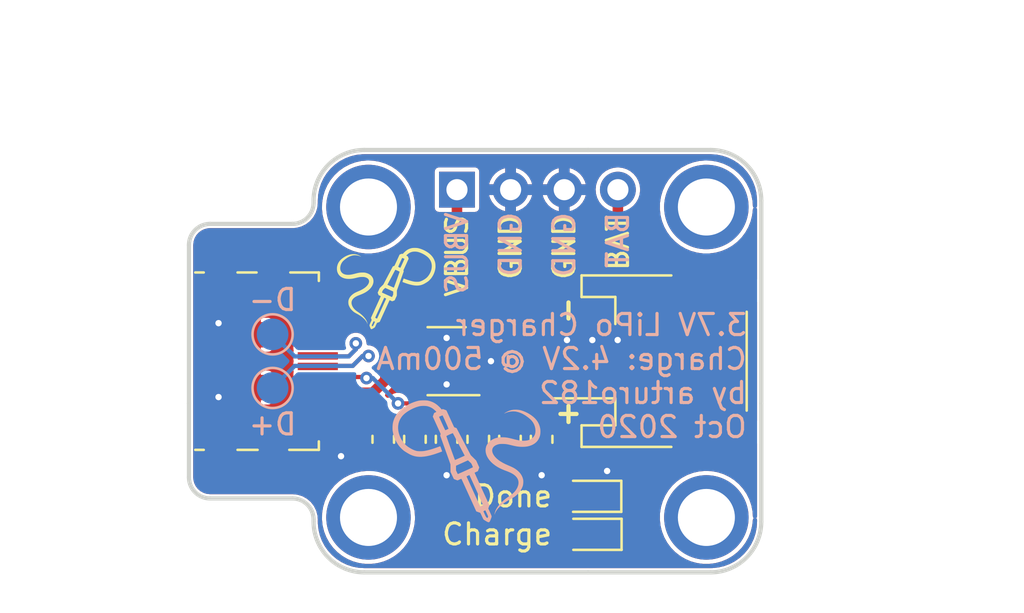
<source format=kicad_pcb>
(kicad_pcb (version 20210126) (generator pcbnew)
  (layers (0 "F.Cu" signal) (31 "B.Cu" signal) (34 "B.Paste" user) (35 "F.Paste" user) (36 "B.SilkS" user "B.Silkscreen") (37 "F.SilkS" user "F.Silkscreen") (38 "B.Mask" user) (39 "F.Mask" user) (44 "Edge.Cuts" user))
  (net 0 "")
  (net 1 "VBUS")
  (net 2 "GND")
  (net 3 "+BATT")
  (net 4 "Net-(D1-Pad1)")
  (net 5 "Net-(D2-Pad2)")
  (net 6 "Net-(J2-PadA5)")
  (net 7 "Net-(J2-PadB5)")
  (net 8 "Net-(R2-Pad2)")
  (net 9 "Net-(R3-Pad1)")
  (net 10 "/D-")
  (net 11 "/D+")
  (footprint "Resistor_SMD:R_0603_1608Metric" (layer "F.Cu") (at 169.8 97.7 90)
    (fp_text reference "R1" hide)
    (fp_text value "5.1K")
    (pad "1" smd roundrect (at -0.7875 0 90) (size 0.875 0.95) (layers "F.Cu" "F.Paste" "F.Mask") (net 2 "GND"))
    (pad "2" smd roundrect (at 0.7875 0 90) (size 0.875 0.95) (layers "F.Cu" "F.Paste" "F.Mask") (net 6 "Net-(J2-PadA5)"))
  )
  (footprint "MountingHole:MountingHole_2.7mm_M2.5_DIN965_Pad" (layer "F.Cu") (at 183.6 86.7)
    (fp_text reference "REF**" hide)
    (fp_text value "MountingHole_2.7mm_M2.5_DIN965_Pad")
    (pad "1" thru_hole circle (at 0 0) (size 4 4) (drill 2.7) (layers *.Cu *.Mask))
  )
  (footprint "Capacitor_SMD:C_0603_1608Metric" (layer "F.Cu") (at 175.8 97.7 90)
    (fp_text reference "C2" hide)
    (fp_text value "10uF")
    (pad "1" smd roundrect (at -0.7875 0 90) (size 0.875 0.95) (layers "F.Cu" "F.Paste" "F.Mask") (net 2 "GND"))
    (pad "2" smd roundrect (at 0.7875 0 90) (size 0.875 0.95) (layers "F.Cu" "F.Paste" "F.Mask") (net 3 "+BATT"))
  )
  (footprint "MountingHole:MountingHole_2.7mm_M2.5_DIN965_Pad" (layer "F.Cu") (at 167.6 86.7)
    (fp_text reference "REF**" hide)
    (fp_text value "MountingHole_2.7mm_M2.5_DIN965_Pad")
    (pad "1" thru_hole circle (at 0 0) (size 4 4) (drill 2.7) (layers *.Cu *.Mask))
  )
  (footprint "Connector_PinHeader_2.54mm:PinHeader_1x04_P2.54mm_Vertical" (layer "F.Cu") (at 171.79 85.88 90)
    (fp_text reference "J4" hide)
    (fp_text value "Conn_Pwr")
    (pad "1" thru_hole rect (at 0 0 90) (size 1.7 1.7) (drill 1) (layers *.Cu *.Mask) (net 1 "VBUS"))
    (pad "2" thru_hole oval (at 0 2.54 90) (size 1.7 1.7) (drill 1) (layers *.Cu *.Mask) (net 2 "GND"))
    (pad "3" thru_hole oval (at 0 5.08 90) (size 1.7 1.7) (drill 1) (layers *.Cu *.Mask) (net 2 "GND"))
    (pad "4" thru_hole oval (at 0 7.62 90) (size 1.7 1.7) (drill 1) (layers *.Cu *.Mask) (net 3 "+BATT"))
  )
  (footprint "MountingHole:MountingHole_2.7mm_M2.5_DIN965_Pad" (layer "F.Cu") (at 183.6 101.4)
    (fp_text reference "REF**" hide)
    (fp_text value "MountingHole_2.7mm_M2.5_DIN965_Pad")
    (pad "1" thru_hole circle (at 0 0) (size 4 4) (drill 2.7) (layers *.Cu *.Mask))
  )
  (footprint "Resistor_SMD:R_0603_1608Metric" (layer "F.Cu") (at 174.3 97.7 -90)
    (fp_text reference "R4" hide)
    (fp_text value "1K")
    (pad "1" smd roundrect (at -0.7875 0 270) (size 0.875 0.95) (layers "F.Cu" "F.Paste" "F.Mask") (net 9 "Net-(R3-Pad1)"))
    (pad "2" smd roundrect (at 0.7875 0 270) (size 0.875 0.95) (layers "F.Cu" "F.Paste" "F.Mask") (net 5 "Net-(D2-Pad2)"))
  )
  (footprint "LED_SMD:LED_0603_1608Metric" (layer "F.Cu") (at 178.087501 100.4 180)
    (fp_text reference "D2" hide)
    (fp_text value "LED_DONE")
    (pad "1" smd roundrect (at -0.7875 0 180) (size 0.875 0.95) (layers "F.Cu" "F.Paste" "F.Mask") (net 2 "GND"))
    (pad "2" smd roundrect (at 0.7875 0 180) (size 0.875 0.95) (layers "F.Cu" "F.Paste" "F.Mask") (net 5 "Net-(D2-Pad2)"))
  )
  (footprint "Connector_USB_Extra:USB_C_Plug_UTC009-C12" (layer "F.Cu") (at 165 94 -90)
    (fp_text reference "J2" hide)
    (fp_text value "USB_C_Plug_USB2.0")
    (pad "A1" smd rect (at 2.75 -0.2 270) (size 0.35 1.9) (layers "F.Cu" "F.Paste" "F.Mask") (net 2 "GND"))
    (pad "A4" smd rect (at 1.25 -0.2 270) (size 0.35 1.9) (layers "F.Cu" "F.Paste" "F.Mask") (net 1 "VBUS"))
    (pad "A5" smd rect (at 0.75 -0.2 270) (size 0.35 1.9) (layers "F.Cu" "F.Paste" "F.Mask") (net 6 "Net-(J2-PadA5)"))
    (pad "A6" smd rect (at 0.25 -0.2 270) (size 0.35 1.9) (layers "F.Cu" "F.Paste" "F.Mask") (net 11 "/D+"))
    (pad "A7" smd rect (at -0.25 -0.2 270) (size 0.35 1.9) (layers "F.Cu" "F.Paste" "F.Mask") (net 10 "/D-"))
    (pad "A10" smd rect (at -1.75 -0.2 270) (size 0.35 1.9) (layers "F.Cu" "F.Paste" "F.Mask"))
    (pad "A11" smd rect (at -2.25 -0.2 270) (size 0.35 1.9) (layers "F.Cu" "F.Paste" "F.Mask"))
    (pad "B2" smd rect (at -2.75 -0.2 270) (size 0.35 1.9) (layers "F.Cu" "F.Paste" "F.Mask"))
    (pad "B3" smd rect (at -1.25 -0.2 270) (size 0.35 1.9) (layers "F.Cu" "F.Paste" "F.Mask"))
    (pad "B5" smd rect (at -0.75 -0.2 270) (size 0.35 1.9) (layers "F.Cu" "F.Paste" "F.Mask") (net 7 "Net-(J2-PadB5)"))
    (pad "B9" smd rect (at 1.75 -0.2 270) (size 0.35 1.9) (layers "F.Cu" "F.Paste" "F.Mask") (net 1 "VBUS"))
    (pad "B12" smd rect (at 2.25 -0.2 270) (size 0.35 1.9) (layers "F.Cu" "F.Paste" "F.Mask") (net 2 "GND"))
    (pad "S1" smd rect (at 3.4 -0.1 270) (size 0.65 2.1) (layers "F.Cu" "F.Paste" "F.Mask") (net 2 "GND"))
    (pad "S1" smd rect (at 4.55 4.4 270) (size 1.5 1.4) (layers "F.Cu" "F.Paste" "F.Mask") (net 2 "GND"))
    (pad "S1" smd rect (at -3.4 -0.1 270) (size 0.65 2.1) (layers "F.Cu" "F.Paste" "F.Mask") (net 2 "GND"))
    (pad "S1" smd rect (at 4.55 1.9 270) (size 1.5 1.3) (layers "F.Cu" "F.Paste" "F.Mask") (net 2 "GND"))
    (pad "S1" smd rect (at -1.75 4.5 270) (size 1.2 1.2) (layers "F.Cu" "F.Paste" "F.Mask") (net 2 "GND"))
    (pad "S1" smd rect (at -4.55 4.4 270) (size 1.5 1.4) (layers "F.Cu" "F.Paste" "F.Mask") (net 2 "GND"))
    (pad "S1" smd rect (at -1.25 2.75 270) (size 1.2 1.2) (layers "F.Cu" "F.Paste" "F.Mask") (net 2 "GND"))
    (pad "S1" smd rect (at 1.25 2.75 270) (size 1.2 1.2) (layers "F.Cu" "F.Paste" "F.Mask") (net 2 "GND"))
    (pad "S1" smd rect (at -4.55 1.9 270) (size 1.5 1.4) (layers "F.Cu" "F.Paste" "F.Mask") (net 2 "GND"))
    (pad "S1" smd rect (at 1.75 4.5 270) (size 1.2 1.2) (layers "F.Cu" "F.Paste" "F.Mask") (net 2 "GND"))
  )
  (footprint "Symbols_Extra:SolderParty-New-Logo_5x4.2mm_SilkScreen" (layer "F.Cu") (at 168.6 90.4)
    (fp_text reference "G***" hide)
    (fp_text value "LOGO" hide)
  )
  (footprint "LED_SMD:LED_0603_1608Metric" (layer "F.Cu") (at 178.1 102.2 180)
    (fp_text reference "D1" hide)
    (fp_text value "LED_CHR")
    (pad "1" smd roundrect (at -0.7875 0 180) (size 0.875 0.95) (layers "F.Cu" "F.Paste" "F.Mask") (net 4 "Net-(D1-Pad1)"))
    (pad "2" smd roundrect (at 0.7875 0 180) (size 0.875 0.95) (layers "F.Cu" "F.Paste" "F.Mask") (net 1 "VBUS"))
  )
  (footprint "Connector_JST:JST_PH_S2B-PH-SM4-TB_1x02-1MP_P2.00mm_Horizontal" (layer "F.Cu") (at 181 94 90)
    (fp_text reference "J1" hide)
    (fp_text value "Conn_Battery")
    (pad "1" smd roundrect (at -1 -2.85 90) (size 1 3.5) (layers "F.Cu" "F.Paste" "F.Mask") (net 3 "+BATT"))
    (pad "2" smd roundrect (at 1 -2.85 90) (size 1 3.5) (layers "F.Cu" "F.Paste" "F.Mask") (net 2 "GND"))
    (pad "MP" smd roundrect (at 3.35 2.9 90) (size 1.5 3.4) (layers "F.Cu" "F.Paste" "F.Mask") (roundrect_rratio 0.1666673333333333))
    (pad "MP" smd roundrect (at -3.35 2.9 90) (size 1.5 3.4) (layers "F.Cu" "F.Paste" "F.Mask") (roundrect_rratio 0.1666673333333333))
  )
  (footprint "MountingHole:MountingHole_2.7mm_M2.5_DIN965_Pad" (layer "F.Cu") (at 167.6 101.4)
    (fp_text reference "REF**" hide)
    (fp_text value "MountingHole_2.7mm_M2.5_DIN965_Pad")
    (pad "1" thru_hole circle (at 0 0) (size 4 4) (drill 2.7) (layers *.Cu *.Mask))
  )
  (footprint "Capacitor_SMD:C_0603_1608Metric" (layer "F.Cu") (at 168.3 97.7 90)
    (fp_text reference "C1" hide)
    (fp_text value "10uF")
    (pad "1" smd roundrect (at -0.7875 0 90) (size 0.875 0.95) (layers "F.Cu" "F.Paste" "F.Mask") (net 2 "GND"))
    (pad "2" smd roundrect (at 0.7875 0 90) (size 0.875 0.95) (layers "F.Cu" "F.Paste" "F.Mask") (net 1 "VBUS"))
  )
  (footprint "Resistor_SMD:R_0603_1608Metric" (layer "F.Cu") (at 171.3 97.7 90)
    (fp_text reference "R2" hide)
    (fp_text value "2K")
    (pad "1" smd roundrect (at -0.7875 0 90) (size 0.875 0.95) (layers "F.Cu" "F.Paste" "F.Mask") (net 2 "GND"))
    (pad "2" smd roundrect (at 0.7875 0 90) (size 0.875 0.95) (layers "F.Cu" "F.Paste" "F.Mask") (net 8 "Net-(R2-Pad2)"))
  )
  (footprint "Resistor_SMD:R_0603_1608Metric" (layer "F.Cu") (at 172.8 97.7 -90)
    (fp_text reference "R3" hide)
    (fp_text value "1K")
    (pad "1" smd roundrect (at -0.7875 0 270) (size 0.875 0.95) (layers "F.Cu" "F.Paste" "F.Mask") (net 9 "Net-(R3-Pad1)"))
    (pad "2" smd roundrect (at 0.7875 0 270) (size 0.875 0.95) (layers "F.Cu" "F.Paste" "F.Mask") (net 4 "Net-(D1-Pad1)"))
  )
  (footprint "Package_TO_SOT_SMD:SOT-23-5" (layer "F.Cu") (at 171.3 94 180)
    (fp_text reference "U1" hide)
    (fp_text value "MCP73831")
    (pad "1" smd rect (at -1.1 -0.95 180) (size 1.06 0.65) (layers "F.Cu" "F.Paste" "F.Mask") (net 9 "Net-(R3-Pad1)"))
    (pad "2" smd rect (at -1.1 0 180) (size 1.06 0.65) (layers "F.Cu" "F.Paste" "F.Mask") (net 2 "GND"))
    (pad "3" smd rect (at -1.1 0.95 180) (size 1.06 0.65) (layers "F.Cu" "F.Paste" "F.Mask") (net 3 "+BATT"))
    (pad "4" smd rect (at 1.1 0.95 180) (size 1.06 0.65) (layers "F.Cu" "F.Paste" "F.Mask") (net 1 "VBUS"))
    (pad "5" smd rect (at 1.1 -0.95 180) (size 1.06 0.65) (layers "F.Cu" "F.Paste" "F.Mask") (net 8 "Net-(R2-Pad2)"))
  )
  (footprint "Symbols_Extra:SolderParty-New-Logo_7.5x6.4mm_SilkScreen" (layer "B.Cu") (at 172 98.5 180)
    (fp_text reference "G***" hide)
    (fp_text value "LOGO" hide)
  )
  (footprint "TestPoint:TestPoint_Pad_D1.5mm" (layer "B.Cu") (at 163.06 95.270003 90)
    (fp_text reference "TP2" hide)
    (fp_text value "TP_D+")
    (pad "1" smd circle (at 0 0 90) (size 1.5 1.5) (layers "B.Cu" "B.Mask") (net 11 "/D+"))
  )
  (footprint "TestPoint:TestPoint_Pad_D1.5mm" (layer "B.Cu") (at 163.06 92.73 90)
    (fp_text reference "TP1" hide)
    (fp_text value "TP_D-")
    (pad "1" smd circle (at 0 0 90) (size 1.5 1.5) (layers "B.Cu" "B.Mask") (net 10 "/D-"))
  )
  (gr_line (start 178 104) (end 167.4 104.000001) (layer "Edge.Cuts") (width 0.2))
  (gr_line (start 165 101.5) (end 165 101.6) (layer "Edge.Cuts") (width 0.2))
  (gr_arc (start 183.8 101.6) (end 183.8 104) (angle -90) (layer "Edge.Cuts") (width 0.2))
  (gr_line (start 164 87.5) (end 160.1 87.5) (layer "Edge.Cuts") (width 0.2))
  (gr_arc (start 160.1 88.5) (end 160.1 87.5) (angle -90) (layer "Edge.Cuts") (width 0.2))
  (gr_arc (start 167.4 86.400001) (end 167.4 84.000001) (angle -90) (layer "Edge.Cuts") (width 0.2))
  (gr_line (start 186.2 101.6) (end 186.2 96) (layer "Edge.Cuts") (width 0.2))
  (gr_line (start 159.1 88.5) (end 159.1 96) (layer "Edge.Cuts") (width 0.2))
  (gr_line (start 178 84) (end 167.4 84.000001) (layer "Edge.Cuts") (width 0.2))
  (gr_arc (start 183.8 86.4) (end 186.2 86.4) (angle -90) (layer "Edge.Cuts") (width 0.2))
  (gr_arc (start 164 101.5) (end 165 101.5) (angle -90) (layer "Edge.Cuts") (width 0.2))
  (gr_line (start 164 100.5) (end 160.1 100.5) (layer "Edge.Cuts") (width 0.2))
  (gr_arc (start 167.4 101.6) (end 165 101.6) (angle -90) (layer "Edge.Cuts") (width 0.2))
  (gr_line (start 186.2 96) (end 186.2 86.4) (layer "Edge.Cuts") (width 0.2))
  (gr_line (start 183.8 104) (end 178 104) (layer "Edge.Cuts") (width 0.2))
  (gr_line (start 159.1 96) (end 159.1 99.5) (layer "Edge.Cuts") (width 0.2))
  (gr_line (start 183.8 84) (end 178 84) (layer "Edge.Cuts") (width 0.2))
  (gr_arc (start 164 86.5) (end 164 87.5) (angle -90) (layer "Edge.Cuts") (width 0.2))
  (gr_arc (start 160.1 99.5) (end 159.1 99.5) (angle -90) (layer "Edge.Cuts") (width 0.2))
  (gr_line (start 165 86.5) (end 165 86.400001) (layer "Edge.Cuts") (width 0.2))
  (gr_text "D+" (at 163.06 96.99) (layer "B.SilkS") (effects (font (size 1 1)) (justify mirror)))
  (gr_text "D-" (at 163.06 91.1) (layer "B.SilkS") (effects (font (size 1 1)) (justify mirror)))
  (gr_text "GND" (at 174.33 86.85 90) (layer "B.SilkS") (effects (font (size 1 1)) (justify left mirror)))
  (gr_text "3.7V LiPo Charger\nCharge: 4.2V @ 500mA\nby arturo182\nOct 2020" (at 185.6 94.7) (layer "B.SilkS") (effects (font (size 1 1)) (justify left mirror)))
  (gr_text "VBUS" (at 171.79 86.86 90) (layer "B.SilkS") (effects (font (size 1 1)) (justify left mirror)))
  (gr_text "GND" (at 176.87 86.86 90) (layer "B.SilkS") (effects (font (size 1 1)) (justify left mirror)))
  (gr_text "BAT" (at 179.41 86.86 90) (layer "B.SilkS") (effects (font (size 1 1)) (justify left mirror)))
  (gr_text "Charge" (at 176.387501 102.2) (layer "F.SilkS") (effects (font (size 1 1)) (justify right)))
  (gr_text "GND" (at 174.33 86.99 90) (layer "F.SilkS") (effects (font (size 1 1)) (justify right)))
  (gr_text "BAT" (at 179.41 86.99 90) (layer "F.SilkS") (effects (font (size 1 1)) (justify right)))
  (gr_text "-" (at 177 91.6 90) (layer "F.SilkS") (effects (font (size 1 1) (thickness 0.2))))
  (gr_text "Done" (at 176.387501 100.4) (layer "F.SilkS") (effects (font (size 1 1)) (justify right)))
  (gr_text "VBUS" (at 171.79 86.99 90) (layer "F.SilkS") (effects (font (size 1 1)) (justify right)))
  (gr_text "+" (at 177 96.5 90) (layer "F.SilkS") (effects (font (size 1 1) (thickness 0.2))))
  (gr_text "GND" (at 176.87 86.99 90) (layer "F.SilkS") (effects (font (size 1 1)) (justify right)))
  (segment (start 177.3125 102.2) (end 172.4 102.2) (width 0.2) (layer "F.Cu") (net 1))
  (segment (start 170.55 100.35) (end 170.55 98) (width 0.2) (layer "F.Cu") (net 1))
  (segment (start 168.3 97.4) (end 168.3 96.9125) (width 0.2) (layer "F.Cu") (net 1))
  (segment (start 170.25 97.7) (end 168.6 97.7) (width 0.2) (layer "F.Cu") (net 1))
  (segment (start 172.4 102.2) (end 170.55 100.35) (width 0.2) (layer "F.Cu") (net 1))
  (segment (start 169.05 93.05) (end 168.4 93.7) (width 0.5) (layer "F.Cu") (net 1))
  (segment (start 167.8 95.5) (end 166.9 95.5) (width 0.5) (layer "F.Cu") (net 1))
  (segment (start 171.79 85.88) (end 171.79 89.91) (width 0.5) (layer "F.Cu") (net 1))
  (segment (start 170.2 93.05) (end 169.05 93.05) (width 0.5) (layer "F.Cu") (net 1))
  (segment (start 170.2 91.5) (end 170.2 93.05) (width 0.5) (layer "F.Cu") (net 1))
  (segment (start 168.4 93.7) (end 168.4 94.9) (width 0.5) (layer "F.Cu") (net 1))
  (segment (start 166.9 95.5) (end 167.6 95.5) (width 0.5) (layer "F.Cu") (net 1))
  (segment (start 170.55 98) (end 170.25 97.7) (width 0.2) (layer "F.Cu") (net 1))
  (segment (start 168.4 94.9) (end 167.8 95.5) (width 0.5) (layer "F.Cu") (net 1))
  (segment (start 171.79 89.91) (end 170.2 91.5) (width 0.5) (layer "F.Cu") (net 1))
  (segment (start 166.9 95.5) (end 165.2 95.5) (width 0.5) (layer "F.Cu") (net 1))
  (segment (start 167.6 95.5) (end 168.2 96.1) (width 0.5) (layer "F.Cu") (net 1))
  (segment (start 168.6 97.7) (end 168.3 97.4) (width 0.2) (layer "F.Cu") (net 1))
  (segment (start 168.2 96.1) (end 168.2 96.9125) (width 0.5) (layer "F.Cu") (net 1))
  (via (at 178.2 93) (size 0.6) (drill 0.3) (layers "F.Cu" "B.Cu") (net 2))
  (via (at 178.9 99.2) (size 0.6) (drill 0.3) (layers "F.Cu" "B.Cu") (net 2))
  (via (at 160.5 92.2) (size 0.6) (drill 0.3) (layers "F.Cu" "B.Cu") (net 2))
  (via (at 160.5 95.7) (size 0.6) (drill 0.3) (layers "F.Cu" "B.Cu") (net 2))
  (via (at 175.8 99.4) (size 0.6) (drill 0.3) (layers "F.Cu" "B.Cu") (net 2))
  (via (at 171.3 92.9) (size 0.6) (drill 0.3) (layers "F.Cu" "B.Cu") (net 2))
  (via (at 171.3 95.1) (size 0.6) (drill 0.3) (layers "F.Cu" "B.Cu") (net 2))
  (via (at 171.3 99.4) (size 0.6) (drill 0.3) (layers "F.Cu" "B.Cu") (net 2))
  (via (at 177 93) (size 0.6) (drill 0.3) (layers "F.Cu" "B.Cu") (net 2))
  (via (at 179.4 93) (size 0.6) (drill 0.3) (layers "F.Cu" "B.Cu") (net 2))
  (via (at 173.4 94) (size 0.6) (drill 0.3) (layers "F.Cu" "B.Cu") (net 2))
  (via (at 166.3 98.5) (size 0.6) (drill 0.3) (layers "F.Cu" "B.Cu") (net 2))
  (segment (start 176 95) (end 178.45 95) (width 0.5) (layer "F.Cu") (net 3))
  (segment (start 181.2 94.3) (end 181.2 89.8) (width 0.5) (layer "F.Cu") (net 3))
  (segment (start 175.8 95.2) (end 175.8 94.8) (width 0.5) (layer "F.Cu") (net 3))
  (segment (start 175.8 95.7) (end 175.8 96.4) (width 0.5) (layer "F.Cu") (net 3))
  (segment (start 174.35 93.05) (end 175.8 94.5) (width 0.5) (layer "F.Cu") (net 3))
  (segment (start 175.8 95.7) (end 175.8 95.2) (width 0.5) (layer "F.Cu") (net 3))
  (segment (start 175.8 96.9125) (end 175.8 96.4) (width 0.5) (layer "F.Cu") (net 3))
  (segment (start 178.45 95) (end 180.5 95) (width 0.5) (layer "F.Cu") (net 3))
  (segment (start 179.41 88.01) (end 179.41 85.88) (width 0.5) (layer "F.Cu") (net 3))
  (segment (start 176 95) (end 175.8 95.2) (width 0.5) (layer "F.Cu") (net 3))
  (segment (start 175.8 94.5) (end 175.8 95) (width 0.5) (layer "F.Cu") (net 3))
  (segment (start 181.2 89.8) (end 179.41 88.01) (width 0.5) (layer "F.Cu") (net 3))
  (segment (start 180.5 95) (end 181.2 94.3) (width 0.5) (layer "F.Cu") (net 3))
  (segment (start 172.4 93.05) (end 174.35 93.05) (width 0.5) (layer "F.Cu") (net 3))
  (segment (start 172.8 98.6) (end 172.8 99.9) (width 0.2) (layer "F.Cu") (net 4))
  (segment (start 172.8 99.9) (end 174.2 101.3) (width 0.2) (layer "F.Cu") (net 4))
  (segment (start 177.9875 101.3) (end 178.8875 102.2) (width 0.2) (layer "F.Cu") (net 4))
  (segment (start 174.2 101.3) (end 177.9875 101.3) (width 0.2) (layer "F.Cu") (net 4))
  (segment (start 175 100.4) (end 177.300001 100.4) (width 0.2) (layer "F.Cu") (net 5))
  (segment (start 174.3 99.7) (end 175 100.4) (width 0.2) (layer "F.Cu") (net 5))
  (segment (start 174.3 98.6875) (end 174.3 99.7) (width 0.2) (layer "F.Cu") (net 5))
  (segment (start 174.1 98.4875) (end 174.3 98.6875) (width 0.2) (layer "F.Cu") (net 5))
  (segment (start 169.5 96) (end 169.775 96.275) (width 0.2) (layer "F.Cu") (net 6))
  (segment (start 165.2 94.75) (end 167.455025 94.75) (width 0.2) (layer "F.Cu") (net 6))
  (segment (start 169.775 96.275) (end 169.775 96.9) (width 0.2) (layer "F.Cu") (net 6))
  (segment (start 169 96) (end 169.5 96) (width 0.2) (layer "F.Cu") (net 6))
  (segment (start 167.455025 94.75) (end 167.505025 94.8) (width 0.2) (layer "F.Cu") (net 6))
  (via (at 169 96) (size 0.6) (drill 0.3) (layers "F.Cu" "B.Cu") (net 6))
  (via (at 167.505025 94.8) (size 0.6) (drill 0.3) (layers "F.Cu" "B.Cu") (net 6))
  (segment (start 167.8 94.8) (end 167.505025 94.8) (width 0.2) (layer "B.Cu") (net 6))
  (segment (start 169 96) (end 167.8 94.8) (width 0.2) (layer "B.Cu") (net 6))
  (segment (start 170.5 95.9) (end 171 95.9) (width 0.2) (layer "F.Cu") (net 8))
  (segment (start 170.2 95.6) (end 170.5 95.9) (width 0.2) (layer "F.Cu") (net 8))
  (segment (start 170.2 94.95) (end 170.2 95.6) (width 0.2) (layer "F.Cu") (net 8))
  (segment (start 171 95.9) (end 171.3 96.2) (width 0.2) (layer "F.Cu") (net 8))
  (segment (start 171.3 96.2) (end 171.3 96.9125) (width 0.2) (layer "F.Cu") (net 8))
  (segment (start 172.4 95.7) (end 172.7 96) (width 0.2) (layer "F.Cu") (net 9))
  (segment (start 172.4 94.95) (end 172.4 95.7) (width 0.2) (layer "F.Cu") (net 9))
  (segment (start 172.7 96) (end 172.7 96.9125) (width 0.2) (layer "F.Cu") (net 9))
  (segment (start 172.7 96.9125) (end 174.1 96.9125) (width 0.2) (layer "F.Cu") (net 9))
  (segment (start 167.001268 93.438275) (end 167.001268 93.155432) (width 0.2) (layer "F.Cu") (net 10))
  (segment (start 165.225 93.775) (end 166.664543 93.775) (width 0.2) (layer "F.Cu") (net 10))
  (segment (start 166.664543 93.775) (end 167.001268 93.438275) (width 0.2) (layer "F.Cu") (net 10))
  (segment (start 165.2 93.75) (end 165.225 93.775) (width 0.2) (layer "F.Cu") (net 10))
  (via (at 167.001268 93.155432) (size 0.6) (drill 0.3) (layers "F.Cu" "B.Cu") (net 10))
  (segment (start 164.105001 93.775002) (end 163.06 92.730001) (width 0.2) (layer "B.Cu") (net 10))
  (segment (start 167.001268 93.155432) (end 167.001268 93.438275) (width 0.2) (layer "B.Cu") (net 10))
  (segment (start 167.001268 93.438275) (end 166.664541 93.775002) (width 0.2) (layer "B.Cu") (net 10))
  (segment (start 163.06 92.730001) (end 163.06 92.73) (width 0.2) (layer "B.Cu") (net 10))
  (segment (start 166.664541 93.775002) (end 164.105001 93.775002) (width 0.2) (layer "B.Cu") (net 10))
  (segment (start 167.319467 93.756474) (end 167.60231 93.756474) (width 0.2) (layer "F.Cu") (net 11))
  (segment (start 165.225 94.225) (end 166.850941 94.225) (width 0.2) (layer "F.Cu") (net 11))
  (segment (start 165.2 94.25) (end 165.225 94.225) (width 0.2) (layer "F.Cu") (net 11))
  (segment (start 166.850941 94.225) (end 167.319467 93.756474) (width 0.2) (layer "F.Cu") (net 11))
  (via (at 167.60231 93.756474) (size 0.6) (drill 0.3) (layers "F.Cu" "B.Cu") (net 11))
  (segment (start 164.105001 94.225002) (end 163.06 95.270003) (width 0.2) (layer "B.Cu") (net 11))
  (segment (start 167.319467 93.756474) (end 166.850939 94.225002) (width 0.2) (layer "B.Cu") (net 11))
  (segment (start 167.60231 93.756474) (end 167.319467 93.756474) (width 0.2) (layer "B.Cu") (net 11))
  (segment (start 166.850939 94.225002) (end 164.105001 94.225002) (width 0.2) (layer "B.Cu") (net 11))
  (zone (net 2) (net_name "GND") (layers F&B.Cu) (connect_pads (clearance 0.2)) (min_thickness 0.2) (fill yes (thermal_gap 0.2) (thermal_bridge_width 0.508))
    (polygon (pts (xy 187.5 105) (xy 157.5 105) (xy 157.5 82.5) (xy 187.5 82.5)))
  )
)
</source>
